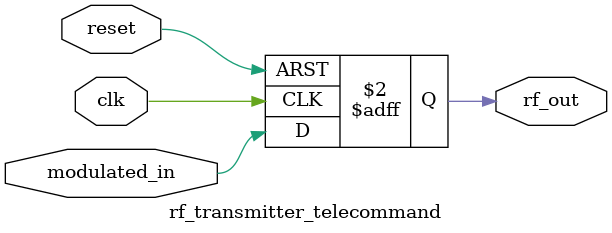
<source format=v>
module rf_transmitter_telecommand(
    input wire clk,
    input wire reset,
    input wire modulated_in,
    output reg rf_out
);
    always @(posedge clk or posedge reset) begin
        if (reset) begin
            rf_out <= 0;
        end else begin
            rf_out <= modulated_in;
        end
    end
endmodule

</source>
